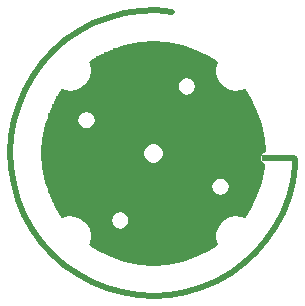
<source format=gbl>
G04 #@! TF.GenerationSoftware,KiCad,Pcbnew,5.0.2-bee76a0~70~ubuntu18.04.1*
G04 #@! TF.CreationDate,2019-08-28T17:06:08+02:00*
G04 #@! TF.ProjectId,upper_Sensor,75707065-725f-4536-956e-736f722e6b69,rev?*
G04 #@! TF.SameCoordinates,Original*
G04 #@! TF.FileFunction,Copper,L2,Bot*
G04 #@! TF.FilePolarity,Positive*
%FSLAX46Y46*%
G04 Gerber Fmt 4.6, Leading zero omitted, Abs format (unit mm)*
G04 Created by KiCad (PCBNEW 5.0.2-bee76a0~70~ubuntu18.04.1) date Mi 28 Aug 2019 17:06:08 CEST*
%MOMM*%
%LPD*%
G01*
G04 APERTURE LIST*
G04 #@! TA.AperFunction,ViaPad*
%ADD10C,0.600000*%
G04 #@! TD*
G04 #@! TA.AperFunction,Conductor*
%ADD11C,0.500000*%
G04 #@! TD*
G04 #@! TA.AperFunction,Conductor*
%ADD12C,0.254000*%
G04 #@! TD*
G04 APERTURE END LIST*
D10*
G04 #@! TO.N,GNDD*
X110797475Y-89115181D03*
X111588881Y-89010990D03*
X112368194Y-88838220D03*
X113129484Y-88598186D03*
X114575000Y-87924131D03*
X113866957Y-88292715D03*
X117924130Y-84574999D03*
X118292714Y-83866956D03*
X118598185Y-83129483D03*
X118598183Y-76870516D03*
X118292712Y-76133044D03*
X117924128Y-75425001D03*
X118838217Y-77631806D03*
X119010987Y-78411119D03*
X114574998Y-72075871D03*
X112368193Y-71161782D03*
X111588880Y-70989012D03*
X113129483Y-71401816D03*
X113866955Y-71707287D03*
X110797474Y-70884822D03*
X108411119Y-70989014D03*
X107631806Y-71161784D03*
X109202524Y-70884823D03*
X109999999Y-70850004D03*
X106870516Y-71401818D03*
X105425002Y-72075873D03*
X106133044Y-71707289D03*
X102075872Y-75425003D03*
X101707288Y-76133046D03*
X102075875Y-84574997D03*
X101401820Y-83129483D03*
X101707291Y-83866955D03*
X105425005Y-87924127D03*
X106133047Y-88292710D03*
X106870519Y-88598181D03*
X107631808Y-88838215D03*
X108411121Y-89010984D03*
X109202526Y-89115174D03*
X118838219Y-82368193D03*
X119010989Y-81588880D03*
X119115178Y-79202524D03*
X101401817Y-76870518D03*
X101161783Y-77631808D03*
X100989014Y-78411121D03*
X100884824Y-79202526D03*
X110000000Y-89150000D03*
X118300000Y-81400000D03*
X117500000Y-80400000D03*
X117500000Y-80400000D03*
X117500000Y-80400000D03*
X117500000Y-81100000D03*
X118200000Y-78600000D03*
X116500000Y-79100000D03*
X112300000Y-79200000D03*
X114800000Y-80500000D03*
X105100000Y-79600000D03*
X106300000Y-80700000D03*
X107700000Y-78700000D03*
X117500025Y-79700025D03*
G04 #@! TO.N,RF_ANT*
X119491760Y-80403700D03*
G04 #@! TD*
D11*
G04 #@! TO.N,RF_ANT*
X107510802Y-68172774D02*
X108862664Y-67967302D01*
X104919532Y-69033312D02*
X106190786Y-68529636D01*
X103713310Y-69677359D02*
X104919532Y-69033312D01*
X101556681Y-71351893D02*
X102587558Y-70453531D01*
X100633873Y-72360954D02*
X101556681Y-71351893D01*
X99830949Y-73467789D02*
X100633873Y-72360954D01*
X121485263Y-83764049D02*
X120986591Y-85037275D01*
X106190786Y-68529636D02*
X107510802Y-68172774D01*
X116572173Y-90143268D02*
X116462108Y-90206043D01*
X118681263Y-88409222D02*
X117675836Y-89335999D01*
X120347301Y-86246015D02*
X119575560Y-87374821D01*
X115384387Y-90820709D02*
X114127680Y-91359649D01*
X103610272Y-90259177D02*
X102492339Y-89471767D01*
X108862664Y-67967302D02*
X110229084Y-67915842D01*
X107392489Y-91801704D02*
X106076115Y-91431644D01*
X119490000Y-80400000D02*
X121900000Y-80400000D01*
X99105241Y-85232933D02*
X98583879Y-83968821D01*
X116462108Y-90206043D02*
X115384387Y-90820709D01*
X110108076Y-92085845D02*
X108742229Y-92020705D01*
X121836925Y-82442645D02*
X121485263Y-83764049D01*
X97998006Y-78574696D02*
X98235812Y-77228138D01*
X117675836Y-89335999D02*
X116572173Y-90143268D01*
X98624197Y-75917052D02*
X99158188Y-74658234D01*
X120986591Y-85037275D02*
X120347301Y-86246015D01*
X99766049Y-86430055D02*
X99105241Y-85232933D01*
X112818137Y-91753189D02*
X111472529Y-91996291D01*
X122055115Y-80555116D02*
X122037079Y-81089981D01*
X111472529Y-91996291D02*
X110108076Y-92085845D01*
X106076115Y-91431644D02*
X104809975Y-90915264D01*
X108742229Y-92020705D02*
X107392489Y-91801704D01*
X119575560Y-87374821D02*
X118681263Y-88409222D01*
X104809975Y-90915264D02*
X103610272Y-90259177D01*
X101470503Y-88563120D02*
X100557846Y-87544871D01*
X110229084Y-67915842D02*
X111592570Y-68019054D01*
X98235812Y-77228138D02*
X98624197Y-75917052D01*
X102492339Y-89471767D02*
X101470503Y-88563120D01*
X121900000Y-80400000D02*
X122055115Y-80555116D01*
X122037079Y-81089981D02*
X121836925Y-82442645D01*
X100557846Y-87544871D02*
X99766049Y-86430055D01*
X98208647Y-82653933D02*
X97984335Y-81305055D01*
X98583879Y-83968821D02*
X98208647Y-82653933D01*
X97984335Y-81305055D02*
X97913822Y-79939489D01*
X97913822Y-79939489D02*
X97998006Y-78574696D01*
X102587558Y-70453531D02*
X103713310Y-69677359D01*
X114127680Y-91359649D02*
X112818137Y-91753189D01*
X99158188Y-74658234D02*
X99830949Y-73467789D01*
G04 #@! TD*
D12*
G04 #@! TO.N,GNDD*
G36*
X111223385Y-70707457D02*
X112425842Y-70946641D01*
X113586785Y-71340728D01*
X114686365Y-71882981D01*
X115333702Y-72315517D01*
X115200432Y-72714976D01*
X115205131Y-73313255D01*
X115403369Y-73877755D01*
X115773771Y-74347608D01*
X116276397Y-74672149D01*
X116857048Y-74816383D01*
X117453113Y-74764759D01*
X117682509Y-74663344D01*
X118117019Y-75313635D01*
X118659272Y-76413215D01*
X119053359Y-77574158D01*
X119292543Y-78776615D01*
X119363163Y-79854074D01*
X119176245Y-79931498D01*
X119019558Y-80088185D01*
X118934760Y-80292906D01*
X118934760Y-80514494D01*
X119019558Y-80719215D01*
X119176245Y-80875902D01*
X119311642Y-80931985D01*
X119292543Y-81223385D01*
X119053359Y-82425842D01*
X118659272Y-83586785D01*
X118117019Y-84686365D01*
X117682205Y-85337112D01*
X117425337Y-85228342D01*
X116828535Y-85186086D01*
X116250221Y-85339423D01*
X115752755Y-85671819D01*
X115389779Y-86147432D01*
X115200432Y-86714976D01*
X115205131Y-87313255D01*
X115335156Y-87683512D01*
X114686365Y-88117019D01*
X113586785Y-88659272D01*
X112425842Y-89053359D01*
X111223385Y-89292543D01*
X110000000Y-89372728D01*
X108776615Y-89292543D01*
X107574158Y-89053359D01*
X106413215Y-88659272D01*
X105313635Y-88117019D01*
X104671139Y-87687717D01*
X104723768Y-87590178D01*
X104822000Y-87000000D01*
X104821775Y-86971381D01*
X104714285Y-86382820D01*
X104421944Y-85860808D01*
X104194234Y-85656854D01*
X106349572Y-85656854D01*
X106412143Y-85971420D01*
X106590331Y-86238096D01*
X106857007Y-86416284D01*
X107171573Y-86478855D01*
X107486139Y-86416284D01*
X107752815Y-86238096D01*
X107931003Y-85971420D01*
X107993574Y-85656854D01*
X107931003Y-85342288D01*
X107752815Y-85075612D01*
X107486139Y-84897424D01*
X107171573Y-84834853D01*
X106857007Y-84897424D01*
X106590331Y-85075612D01*
X106412143Y-85342288D01*
X106349572Y-85656854D01*
X104194234Y-85656854D01*
X103976276Y-85461635D01*
X103425337Y-85228342D01*
X102828535Y-85186086D01*
X102308937Y-85323855D01*
X101882981Y-84686365D01*
X101340728Y-83586785D01*
X101083301Y-82828427D01*
X114834853Y-82828427D01*
X114897424Y-83142993D01*
X115075612Y-83409669D01*
X115342288Y-83587857D01*
X115656854Y-83650428D01*
X115971420Y-83587857D01*
X116238096Y-83409669D01*
X116416284Y-83142993D01*
X116478855Y-82828427D01*
X116416284Y-82513861D01*
X116238096Y-82247185D01*
X115971420Y-82068997D01*
X115656854Y-82006426D01*
X115342288Y-82068997D01*
X115075612Y-82247185D01*
X114897424Y-82513861D01*
X114834853Y-82828427D01*
X101083301Y-82828427D01*
X100946641Y-82425842D01*
X100707457Y-81223385D01*
X100627272Y-80000000D01*
X100639096Y-79819587D01*
X109093000Y-79819587D01*
X109093000Y-80180413D01*
X109231083Y-80513774D01*
X109486226Y-80768917D01*
X109819587Y-80907000D01*
X110180413Y-80907000D01*
X110513774Y-80768917D01*
X110768917Y-80513774D01*
X110907000Y-80180413D01*
X110907000Y-79819587D01*
X110768917Y-79486226D01*
X110513774Y-79231083D01*
X110180413Y-79093000D01*
X109819587Y-79093000D01*
X109486226Y-79231083D01*
X109231083Y-79486226D01*
X109093000Y-79819587D01*
X100639096Y-79819587D01*
X100707457Y-78776615D01*
X100946641Y-77574158D01*
X101083300Y-77171573D01*
X103521145Y-77171573D01*
X103583716Y-77486139D01*
X103761904Y-77752815D01*
X104028580Y-77931003D01*
X104343146Y-77993574D01*
X104657712Y-77931003D01*
X104924388Y-77752815D01*
X105102576Y-77486139D01*
X105165147Y-77171573D01*
X105102576Y-76857007D01*
X104924388Y-76590331D01*
X104657712Y-76412143D01*
X104343146Y-76349572D01*
X104028580Y-76412143D01*
X103761904Y-76590331D01*
X103583716Y-76857007D01*
X103521145Y-77171573D01*
X101083300Y-77171573D01*
X101340728Y-76413215D01*
X101882981Y-75313635D01*
X102306595Y-74679650D01*
X102857048Y-74816383D01*
X103453113Y-74764759D01*
X104000320Y-74522841D01*
X104194712Y-74343146D01*
X112006426Y-74343146D01*
X112068997Y-74657712D01*
X112247185Y-74924388D01*
X112513861Y-75102576D01*
X112828427Y-75165147D01*
X113142993Y-75102576D01*
X113409669Y-74924388D01*
X113587857Y-74657712D01*
X113650428Y-74343146D01*
X113587857Y-74028580D01*
X113409669Y-73761904D01*
X113142993Y-73583716D01*
X112828427Y-73521145D01*
X112513861Y-73583716D01*
X112247185Y-73761904D01*
X112068997Y-74028580D01*
X112006426Y-74343146D01*
X104194712Y-74343146D01*
X104439662Y-74116717D01*
X104723768Y-73590178D01*
X104822000Y-73000000D01*
X104821775Y-72971381D01*
X104714285Y-72382820D01*
X104673790Y-72310511D01*
X105313635Y-71882981D01*
X106413215Y-71340728D01*
X107574158Y-70946641D01*
X108776615Y-70707457D01*
X110000000Y-70627272D01*
X111223385Y-70707457D01*
X111223385Y-70707457D01*
G37*
X111223385Y-70707457D02*
X112425842Y-70946641D01*
X113586785Y-71340728D01*
X114686365Y-71882981D01*
X115333702Y-72315517D01*
X115200432Y-72714976D01*
X115205131Y-73313255D01*
X115403369Y-73877755D01*
X115773771Y-74347608D01*
X116276397Y-74672149D01*
X116857048Y-74816383D01*
X117453113Y-74764759D01*
X117682509Y-74663344D01*
X118117019Y-75313635D01*
X118659272Y-76413215D01*
X119053359Y-77574158D01*
X119292543Y-78776615D01*
X119363163Y-79854074D01*
X119176245Y-79931498D01*
X119019558Y-80088185D01*
X118934760Y-80292906D01*
X118934760Y-80514494D01*
X119019558Y-80719215D01*
X119176245Y-80875902D01*
X119311642Y-80931985D01*
X119292543Y-81223385D01*
X119053359Y-82425842D01*
X118659272Y-83586785D01*
X118117019Y-84686365D01*
X117682205Y-85337112D01*
X117425337Y-85228342D01*
X116828535Y-85186086D01*
X116250221Y-85339423D01*
X115752755Y-85671819D01*
X115389779Y-86147432D01*
X115200432Y-86714976D01*
X115205131Y-87313255D01*
X115335156Y-87683512D01*
X114686365Y-88117019D01*
X113586785Y-88659272D01*
X112425842Y-89053359D01*
X111223385Y-89292543D01*
X110000000Y-89372728D01*
X108776615Y-89292543D01*
X107574158Y-89053359D01*
X106413215Y-88659272D01*
X105313635Y-88117019D01*
X104671139Y-87687717D01*
X104723768Y-87590178D01*
X104822000Y-87000000D01*
X104821775Y-86971381D01*
X104714285Y-86382820D01*
X104421944Y-85860808D01*
X104194234Y-85656854D01*
X106349572Y-85656854D01*
X106412143Y-85971420D01*
X106590331Y-86238096D01*
X106857007Y-86416284D01*
X107171573Y-86478855D01*
X107486139Y-86416284D01*
X107752815Y-86238096D01*
X107931003Y-85971420D01*
X107993574Y-85656854D01*
X107931003Y-85342288D01*
X107752815Y-85075612D01*
X107486139Y-84897424D01*
X107171573Y-84834853D01*
X106857007Y-84897424D01*
X106590331Y-85075612D01*
X106412143Y-85342288D01*
X106349572Y-85656854D01*
X104194234Y-85656854D01*
X103976276Y-85461635D01*
X103425337Y-85228342D01*
X102828535Y-85186086D01*
X102308937Y-85323855D01*
X101882981Y-84686365D01*
X101340728Y-83586785D01*
X101083301Y-82828427D01*
X114834853Y-82828427D01*
X114897424Y-83142993D01*
X115075612Y-83409669D01*
X115342288Y-83587857D01*
X115656854Y-83650428D01*
X115971420Y-83587857D01*
X116238096Y-83409669D01*
X116416284Y-83142993D01*
X116478855Y-82828427D01*
X116416284Y-82513861D01*
X116238096Y-82247185D01*
X115971420Y-82068997D01*
X115656854Y-82006426D01*
X115342288Y-82068997D01*
X115075612Y-82247185D01*
X114897424Y-82513861D01*
X114834853Y-82828427D01*
X101083301Y-82828427D01*
X100946641Y-82425842D01*
X100707457Y-81223385D01*
X100627272Y-80000000D01*
X100639096Y-79819587D01*
X109093000Y-79819587D01*
X109093000Y-80180413D01*
X109231083Y-80513774D01*
X109486226Y-80768917D01*
X109819587Y-80907000D01*
X110180413Y-80907000D01*
X110513774Y-80768917D01*
X110768917Y-80513774D01*
X110907000Y-80180413D01*
X110907000Y-79819587D01*
X110768917Y-79486226D01*
X110513774Y-79231083D01*
X110180413Y-79093000D01*
X109819587Y-79093000D01*
X109486226Y-79231083D01*
X109231083Y-79486226D01*
X109093000Y-79819587D01*
X100639096Y-79819587D01*
X100707457Y-78776615D01*
X100946641Y-77574158D01*
X101083300Y-77171573D01*
X103521145Y-77171573D01*
X103583716Y-77486139D01*
X103761904Y-77752815D01*
X104028580Y-77931003D01*
X104343146Y-77993574D01*
X104657712Y-77931003D01*
X104924388Y-77752815D01*
X105102576Y-77486139D01*
X105165147Y-77171573D01*
X105102576Y-76857007D01*
X104924388Y-76590331D01*
X104657712Y-76412143D01*
X104343146Y-76349572D01*
X104028580Y-76412143D01*
X103761904Y-76590331D01*
X103583716Y-76857007D01*
X103521145Y-77171573D01*
X101083300Y-77171573D01*
X101340728Y-76413215D01*
X101882981Y-75313635D01*
X102306595Y-74679650D01*
X102857048Y-74816383D01*
X103453113Y-74764759D01*
X104000320Y-74522841D01*
X104194712Y-74343146D01*
X112006426Y-74343146D01*
X112068997Y-74657712D01*
X112247185Y-74924388D01*
X112513861Y-75102576D01*
X112828427Y-75165147D01*
X113142993Y-75102576D01*
X113409669Y-74924388D01*
X113587857Y-74657712D01*
X113650428Y-74343146D01*
X113587857Y-74028580D01*
X113409669Y-73761904D01*
X113142993Y-73583716D01*
X112828427Y-73521145D01*
X112513861Y-73583716D01*
X112247185Y-73761904D01*
X112068997Y-74028580D01*
X112006426Y-74343146D01*
X104194712Y-74343146D01*
X104439662Y-74116717D01*
X104723768Y-73590178D01*
X104822000Y-73000000D01*
X104821775Y-72971381D01*
X104714285Y-72382820D01*
X104673790Y-72310511D01*
X105313635Y-71882981D01*
X106413215Y-71340728D01*
X107574158Y-70946641D01*
X108776615Y-70707457D01*
X110000000Y-70627272D01*
X111223385Y-70707457D01*
G04 #@! TD*
M02*

</source>
